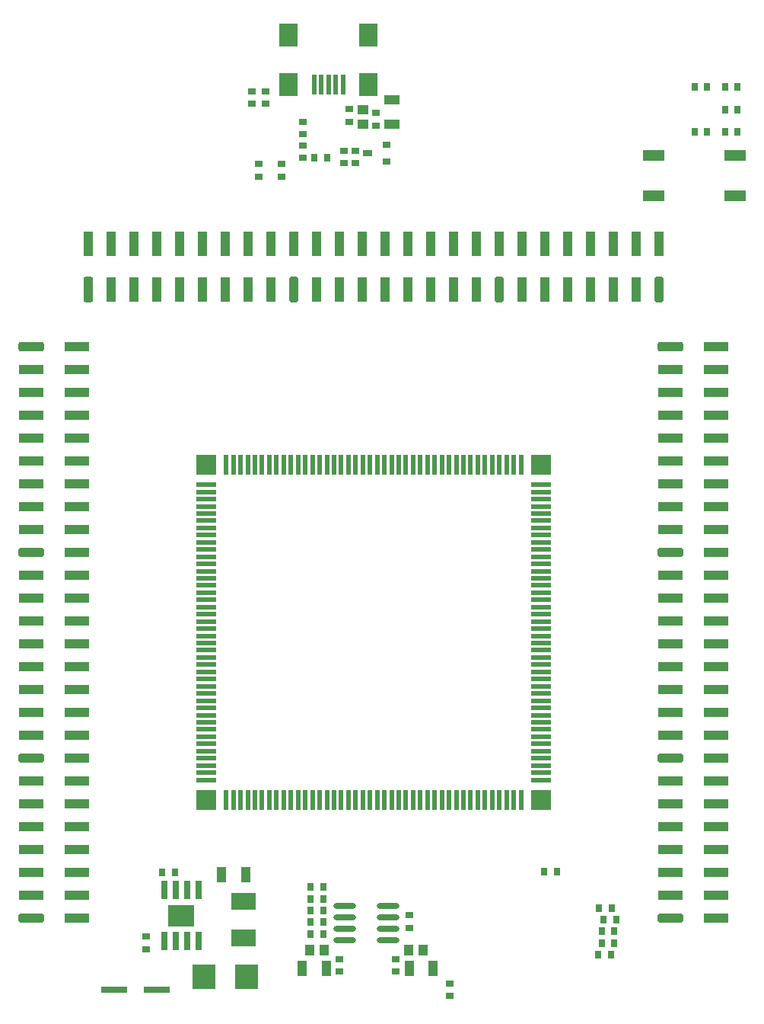
<source format=gtp>
G04 Layer_Color=8421504*
%FSLAX44Y44*%
%MOMM*%
G71*
G01*
G75*
%ADD11R,0.8000X0.9000*%
%ADD12R,1.0000X1.3000*%
%ADD13R,0.9000X0.8000*%
%ADD14R,1.1000X1.7000*%
%ADD16R,2.8000X1.0000*%
G04:AMPARAMS|DCode=17|XSize=1mm|YSize=2.8mm|CornerRadius=0.2mm|HoleSize=0mm|Usage=FLASHONLY|Rotation=90.000|XOffset=0mm|YOffset=0mm|HoleType=Round|Shape=RoundedRectangle|*
%AMROUNDEDRECTD17*
21,1,1.0000,2.4000,0,0,90.0*
21,1,0.6000,2.8000,0,0,90.0*
1,1,0.4000,1.2000,0.3000*
1,1,0.4000,1.2000,-0.3000*
1,1,0.4000,-1.2000,-0.3000*
1,1,0.4000,-1.2000,0.3000*
%
%ADD17ROUNDEDRECTD17*%
%ADD18R,1.7000X1.1000*%
%ADD19R,2.4000X1.2000*%
%ADD20R,0.7000X2.0000*%
%ADD21R,3.0000X2.4000*%
%ADD22R,2.8000X1.9000*%
%ADD23R,2.6162X2.7432*%
%ADD24R,2.0000X2.5000*%
%ADD25R,0.5000X2.2500*%
%ADD26R,1.3000X1.0000*%
%ADD27O,2.5000X0.7000*%
%ADD28R,0.5000X2.3000*%
%ADD29R,2.3000X0.5000*%
%ADD30R,2.3000X2.3000*%
%ADD31R,3.0000X0.7000*%
%ADD32R,1.1000X0.6500*%
%ADD33R,0.9000X0.6500*%
%ADD34R,1.0000X2.8000*%
G04:AMPARAMS|DCode=35|XSize=1mm|YSize=2.8mm|CornerRadius=0.2mm|HoleSize=0mm|Usage=FLASHONLY|Rotation=180.000|XOffset=0mm|YOffset=0mm|HoleType=Round|Shape=RoundedRectangle|*
%AMROUNDEDRECTD35*
21,1,1.0000,2.4000,0,0,180.0*
21,1,0.6000,2.8000,0,0,180.0*
1,1,0.4000,-0.3000,1.2000*
1,1,0.4000,0.3000,1.2000*
1,1,0.4000,0.3000,-1.2000*
1,1,0.4000,-0.3000,-1.2000*
%
%ADD35ROUNDEDRECTD35*%
D11*
X350002Y192000D02*
D03*
X364002D02*
D03*
X350002Y231000D02*
D03*
X364002D02*
D03*
X683998Y156000D02*
D03*
X669998D02*
D03*
X687998Y182000D02*
D03*
X673998D02*
D03*
X689998Y195000D02*
D03*
X675998D02*
D03*
X684998Y208000D02*
D03*
X670998D02*
D03*
X687998Y169000D02*
D03*
X673998D02*
D03*
X609998Y248000D02*
D03*
X623998D02*
D03*
X350000Y218000D02*
D03*
X364000D02*
D03*
X350000Y205000D02*
D03*
X364000D02*
D03*
X350002Y179000D02*
D03*
X364002D02*
D03*
X368002Y1041498D02*
D03*
X354002D02*
D03*
X791002Y1070000D02*
D03*
X777002D02*
D03*
X811002D02*
D03*
X825002D02*
D03*
X811002Y1120000D02*
D03*
X825002D02*
D03*
X777002D02*
D03*
X791002D02*
D03*
X825002Y1095000D02*
D03*
X811002D02*
D03*
X199002Y247500D02*
D03*
X185002D02*
D03*
D12*
X349000Y161000D02*
D03*
X365000D02*
D03*
X475000D02*
D03*
X459000D02*
D03*
D13*
X460000Y199998D02*
D03*
Y185998D02*
D03*
X167000Y162002D02*
D03*
Y176002D02*
D03*
X505000Y110002D02*
D03*
Y124002D02*
D03*
X445000Y137002D02*
D03*
Y151002D02*
D03*
X382000Y137002D02*
D03*
Y151002D02*
D03*
X318000Y1034500D02*
D03*
Y1020500D02*
D03*
X292000Y1034500D02*
D03*
Y1020500D02*
D03*
X400000Y1035500D02*
D03*
Y1049500D02*
D03*
X387000D02*
D03*
Y1035500D02*
D03*
X341000Y1055500D02*
D03*
Y1041500D02*
D03*
X285000Y1115497D02*
D03*
Y1101497D02*
D03*
X300000D02*
D03*
Y1115497D02*
D03*
X341000Y1067497D02*
D03*
Y1081497D02*
D03*
X423000Y1091500D02*
D03*
Y1077500D02*
D03*
X393000Y1095497D02*
D03*
Y1081497D02*
D03*
D14*
X340500Y141000D02*
D03*
X367500D02*
D03*
X486500D02*
D03*
X459500D02*
D03*
X277500Y245000D02*
D03*
X250500D02*
D03*
D16*
X750100Y831700D02*
D03*
X801100D02*
D03*
X750100Y806300D02*
D03*
Y780900D02*
D03*
Y755500D02*
D03*
Y730100D02*
D03*
Y704700D02*
D03*
Y679300D02*
D03*
Y653900D02*
D03*
Y628500D02*
D03*
Y577700D02*
D03*
Y552300D02*
D03*
Y526900D02*
D03*
Y501500D02*
D03*
Y476100D02*
D03*
Y450700D02*
D03*
Y425300D02*
D03*
Y399900D02*
D03*
Y349100D02*
D03*
Y323700D02*
D03*
Y298300D02*
D03*
Y272900D02*
D03*
Y247500D02*
D03*
Y222100D02*
D03*
X801100Y831700D02*
D03*
Y806300D02*
D03*
Y780900D02*
D03*
Y755500D02*
D03*
Y730100D02*
D03*
Y704700D02*
D03*
Y679300D02*
D03*
Y653900D02*
D03*
Y628500D02*
D03*
Y603100D02*
D03*
Y577700D02*
D03*
Y552300D02*
D03*
Y526900D02*
D03*
Y501500D02*
D03*
Y476100D02*
D03*
Y450700D02*
D03*
Y425300D02*
D03*
Y399900D02*
D03*
Y374500D02*
D03*
Y349100D02*
D03*
Y323700D02*
D03*
Y298300D02*
D03*
Y272900D02*
D03*
Y247500D02*
D03*
Y222100D02*
D03*
Y196700D02*
D03*
X38900Y831700D02*
D03*
X89900D02*
D03*
X38900Y806300D02*
D03*
Y780900D02*
D03*
Y755500D02*
D03*
Y730100D02*
D03*
Y704700D02*
D03*
Y679300D02*
D03*
Y653900D02*
D03*
Y628500D02*
D03*
Y577700D02*
D03*
Y552300D02*
D03*
Y526900D02*
D03*
Y501500D02*
D03*
Y476100D02*
D03*
Y450700D02*
D03*
Y425300D02*
D03*
Y399900D02*
D03*
Y349100D02*
D03*
Y323700D02*
D03*
Y298300D02*
D03*
Y272900D02*
D03*
Y247500D02*
D03*
Y222100D02*
D03*
X89900Y831700D02*
D03*
Y806300D02*
D03*
Y780900D02*
D03*
Y755500D02*
D03*
Y730100D02*
D03*
Y704700D02*
D03*
Y679300D02*
D03*
Y653900D02*
D03*
Y628500D02*
D03*
Y603100D02*
D03*
Y577700D02*
D03*
Y552300D02*
D03*
Y526900D02*
D03*
Y501500D02*
D03*
Y476100D02*
D03*
Y450700D02*
D03*
Y425300D02*
D03*
Y399900D02*
D03*
Y374500D02*
D03*
Y349100D02*
D03*
Y323700D02*
D03*
Y298300D02*
D03*
Y272900D02*
D03*
Y247500D02*
D03*
Y222100D02*
D03*
Y196700D02*
D03*
D17*
X750100Y831700D02*
D03*
Y603100D02*
D03*
Y374500D02*
D03*
Y196700D02*
D03*
X38900Y831700D02*
D03*
Y603100D02*
D03*
Y374500D02*
D03*
Y196700D02*
D03*
D18*
X440000Y1105998D02*
D03*
Y1078998D02*
D03*
D19*
X822000Y999500D02*
D03*
X732000D02*
D03*
X822000Y1044500D02*
D03*
X732000D02*
D03*
D20*
X186950Y171500D02*
D03*
X199650D02*
D03*
X212350D02*
D03*
X225050D02*
D03*
Y227500D02*
D03*
X186950D02*
D03*
X199650D02*
D03*
X212350D02*
D03*
D21*
X206000Y199500D02*
D03*
D22*
X275000Y215500D02*
D03*
Y174500D02*
D03*
D23*
X278495Y131000D02*
D03*
X231505D02*
D03*
D24*
X325500Y1177500D02*
D03*
X414502D02*
D03*
X325500Y1122500D02*
D03*
X414502D02*
D03*
D25*
X354002D02*
D03*
X362000D02*
D03*
X370001D02*
D03*
X377999D02*
D03*
X386000D02*
D03*
D26*
X408000Y1078498D02*
D03*
Y1094498D02*
D03*
D27*
X436500Y171950D02*
D03*
Y184650D02*
D03*
Y197350D02*
D03*
Y210050D02*
D03*
X387500Y171950D02*
D03*
Y184650D02*
D03*
Y197350D02*
D03*
Y210050D02*
D03*
D28*
X280000Y700200D02*
D03*
X288000D02*
D03*
X368000Y328200D02*
D03*
X376000D02*
D03*
X256000D02*
D03*
X584000Y700200D02*
D03*
X576000D02*
D03*
X568000D02*
D03*
X560000D02*
D03*
X552000D02*
D03*
X544000D02*
D03*
X536000D02*
D03*
X528000D02*
D03*
X520000D02*
D03*
X512000D02*
D03*
X504000D02*
D03*
X496000D02*
D03*
X488000D02*
D03*
X480000D02*
D03*
X472000D02*
D03*
X464000D02*
D03*
X456000D02*
D03*
X448000D02*
D03*
X440000D02*
D03*
X432000D02*
D03*
X424000D02*
D03*
X416000D02*
D03*
X408000D02*
D03*
X400000D02*
D03*
X392000D02*
D03*
X384000D02*
D03*
X376000D02*
D03*
X368000D02*
D03*
X360000D02*
D03*
X352000D02*
D03*
X344000D02*
D03*
X336000D02*
D03*
X328000D02*
D03*
X320000D02*
D03*
X312000D02*
D03*
X304000D02*
D03*
X296000D02*
D03*
X272000D02*
D03*
X264000D02*
D03*
X256000D02*
D03*
X264000Y328200D02*
D03*
X272000D02*
D03*
X280000D02*
D03*
X288000D02*
D03*
X296000D02*
D03*
X304000D02*
D03*
X312000D02*
D03*
X320000D02*
D03*
X328000D02*
D03*
X336000D02*
D03*
X344000D02*
D03*
X352000D02*
D03*
X360000D02*
D03*
X416000D02*
D03*
X424000D02*
D03*
X432000D02*
D03*
X440000D02*
D03*
X448000D02*
D03*
X456000D02*
D03*
X464000D02*
D03*
X472000D02*
D03*
X480000D02*
D03*
X488000D02*
D03*
X496000D02*
D03*
X504000D02*
D03*
X512000D02*
D03*
X520000D02*
D03*
X528000D02*
D03*
X536000D02*
D03*
X544000D02*
D03*
X552000D02*
D03*
X560000D02*
D03*
X568000D02*
D03*
X576000D02*
D03*
X584000D02*
D03*
X408000D02*
D03*
X400000D02*
D03*
X392000D02*
D03*
X384000D02*
D03*
D29*
X606000Y678200D02*
D03*
Y670200D02*
D03*
Y662200D02*
D03*
Y654200D02*
D03*
Y646200D02*
D03*
Y638200D02*
D03*
Y630200D02*
D03*
Y622200D02*
D03*
Y614200D02*
D03*
Y606200D02*
D03*
Y598200D02*
D03*
Y590200D02*
D03*
Y582200D02*
D03*
Y574200D02*
D03*
Y566200D02*
D03*
Y558200D02*
D03*
Y550200D02*
D03*
Y542200D02*
D03*
Y534200D02*
D03*
Y526200D02*
D03*
Y518200D02*
D03*
Y510200D02*
D03*
Y502200D02*
D03*
Y494200D02*
D03*
Y486200D02*
D03*
Y478200D02*
D03*
Y470200D02*
D03*
Y462200D02*
D03*
Y454200D02*
D03*
Y446200D02*
D03*
Y438200D02*
D03*
Y430200D02*
D03*
Y422200D02*
D03*
Y414200D02*
D03*
Y406200D02*
D03*
Y398200D02*
D03*
Y390200D02*
D03*
Y382200D02*
D03*
Y374200D02*
D03*
Y366200D02*
D03*
Y358200D02*
D03*
Y350200D02*
D03*
X234000Y678200D02*
D03*
Y670200D02*
D03*
Y662200D02*
D03*
Y654200D02*
D03*
Y646200D02*
D03*
Y638200D02*
D03*
Y630200D02*
D03*
Y622200D02*
D03*
Y614200D02*
D03*
Y606200D02*
D03*
Y598200D02*
D03*
Y590200D02*
D03*
Y582200D02*
D03*
Y574200D02*
D03*
Y566200D02*
D03*
Y558200D02*
D03*
Y550200D02*
D03*
Y542200D02*
D03*
Y534200D02*
D03*
Y526200D02*
D03*
Y518200D02*
D03*
Y510200D02*
D03*
Y502200D02*
D03*
Y494200D02*
D03*
Y486200D02*
D03*
Y478200D02*
D03*
Y470200D02*
D03*
Y462200D02*
D03*
Y454200D02*
D03*
Y446200D02*
D03*
Y438200D02*
D03*
Y430200D02*
D03*
Y422200D02*
D03*
Y414200D02*
D03*
Y406200D02*
D03*
Y398200D02*
D03*
Y390200D02*
D03*
Y382200D02*
D03*
Y374200D02*
D03*
Y366200D02*
D03*
Y358200D02*
D03*
Y350200D02*
D03*
D30*
Y328200D02*
D03*
X234000Y700200D02*
D03*
X606000Y328200D02*
D03*
Y700200D02*
D03*
D31*
X130998Y117250D02*
D03*
X178998D02*
D03*
D32*
X413625Y1046498D02*
D03*
D33*
X434375Y1055998D02*
D03*
Y1036998D02*
D03*
D34*
X102500Y895100D02*
D03*
Y946100D02*
D03*
X127900Y895100D02*
D03*
X153300D02*
D03*
X178700D02*
D03*
X204100D02*
D03*
X229500D02*
D03*
X254900D02*
D03*
X280300D02*
D03*
X305700D02*
D03*
X356500D02*
D03*
X381900D02*
D03*
X407300D02*
D03*
X432700D02*
D03*
X458100D02*
D03*
X483500D02*
D03*
X508900D02*
D03*
X534300D02*
D03*
X585100D02*
D03*
X610500D02*
D03*
X635900D02*
D03*
X661300D02*
D03*
X686700D02*
D03*
X712100D02*
D03*
X102500Y946100D02*
D03*
X127900D02*
D03*
X153300D02*
D03*
X178700D02*
D03*
X204100D02*
D03*
X229500D02*
D03*
X254900D02*
D03*
X280300D02*
D03*
X305700D02*
D03*
X331100D02*
D03*
X356500D02*
D03*
X381900D02*
D03*
X407300D02*
D03*
X432700D02*
D03*
X458100D02*
D03*
X483500D02*
D03*
X508900D02*
D03*
X534300D02*
D03*
X559700D02*
D03*
X585100D02*
D03*
X610500D02*
D03*
X635900D02*
D03*
X661300D02*
D03*
X686700D02*
D03*
X712100D02*
D03*
X737500D02*
D03*
D35*
X102500Y895100D02*
D03*
X331100D02*
D03*
X559700D02*
D03*
X737500D02*
D03*
M02*

</source>
